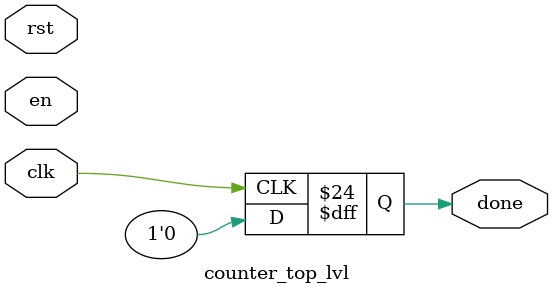
<source format=v>
module counter_top_lvl #(
    parameter Dimension = 16
)(
    input  wire clk,
    input  wire rst,     // active-low reset (matches your style)
    input  wire en,
    output reg  done
);

    // counter width: enough bits for 2*Dimension
    localparam CNT_W = $clog2(Dimension + 1);
    reg [CNT_W-1:0] cnt = 0;

    always @(posedge clk) begin
        if (!rst) begin
            cnt  <= {CNT_W{1'b0}};
            done <= 1'b0;
        end
        else if (en) begin
            if (cnt == (2*Dimension)) begin
                done <= 1'b1;   // raise done
                cnt  <= cnt;    // stop counting
            end
            else begin
                cnt  <= cnt + 1'b1;
                done <= 1'b0;
            end
        end
        else begin
            done <= 1'b0;
        end
    end

endmodule

</source>
